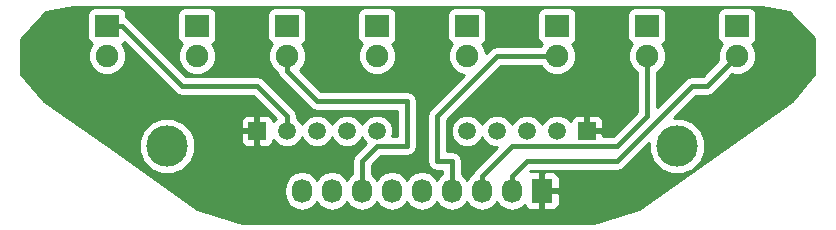
<source format=gbr>
G04 #@! TF.FileFunction,Copper,L2,Bot,Signal*
%FSLAX46Y46*%
G04 Gerber Fmt 4.6, Leading zero omitted, Abs format (unit mm)*
G04 Created by KiCad (PCBNEW 4.0.2+dfsg1-stable) date dom 10 sep 2017 20:45:57 CEST*
%MOMM*%
G01*
G04 APERTURE LIST*
%ADD10C,0.100000*%
%ADD11R,2.000000X1.900000*%
%ADD12C,1.900000*%
%ADD13C,1.500000*%
%ADD14R,1.500000X1.500000*%
%ADD15R,1.727200X2.032000*%
%ADD16O,1.727200X2.032000*%
%ADD17C,3.500000*%
%ADD18C,0.400000*%
%ADD19C,0.254000*%
G04 APERTURE END LIST*
D10*
D11*
X176530000Y-87630000D03*
D12*
X176530000Y-90170000D03*
D13*
X153670000Y-96520000D03*
D14*
X163830000Y-96520000D03*
D13*
X161290000Y-96520000D03*
X156210000Y-96520000D03*
X158750000Y-96520000D03*
X146050000Y-96520000D03*
D14*
X135890000Y-96520000D03*
D13*
X138430000Y-96520000D03*
X143510000Y-96520000D03*
X140970000Y-96520000D03*
D11*
X168910000Y-87630000D03*
D12*
X168910000Y-90170000D03*
D11*
X161290000Y-87630000D03*
D12*
X161290000Y-90170000D03*
D11*
X153670000Y-87630000D03*
D12*
X153670000Y-90170000D03*
D11*
X146050000Y-87630000D03*
D12*
X146050000Y-90170000D03*
D11*
X138430000Y-87630000D03*
D12*
X138430000Y-90170000D03*
D11*
X123190000Y-87630000D03*
D12*
X123190000Y-90170000D03*
D11*
X130810000Y-87630000D03*
D12*
X130810000Y-90170000D03*
D15*
X160020000Y-101600000D03*
D16*
X157480000Y-101600000D03*
X154940000Y-101600000D03*
X152400000Y-101600000D03*
X149860000Y-101600000D03*
X147320000Y-101600000D03*
X144780000Y-101600000D03*
X142240000Y-101600000D03*
X139700000Y-101600000D03*
D17*
X171450000Y-97790000D03*
X128270000Y-97790000D03*
D18*
X138430000Y-96520000D02*
X138430000Y-95250000D01*
X124460000Y-87630000D02*
X123190000Y-87630000D01*
X129540000Y-92710000D02*
X124460000Y-87630000D01*
X135890000Y-92710000D02*
X129540000Y-92710000D01*
X138430000Y-95250000D02*
X135890000Y-92710000D01*
X144780000Y-101600000D02*
X144780000Y-99060000D01*
X138430000Y-91440000D02*
X138430000Y-90170000D01*
X140970000Y-93980000D02*
X138430000Y-91440000D01*
X148590000Y-93980000D02*
X140970000Y-93980000D01*
X148590000Y-97790000D02*
X148590000Y-93980000D01*
X146050000Y-97790000D02*
X148590000Y-97790000D01*
X144780000Y-99060000D02*
X146050000Y-97790000D01*
X152400000Y-101600000D02*
X152400000Y-99060000D01*
X156210000Y-90170000D02*
X161290000Y-90170000D01*
X151130000Y-95250000D02*
X156210000Y-90170000D01*
X151130000Y-99060000D02*
X151130000Y-95250000D01*
X152400000Y-99060000D02*
X151130000Y-99060000D01*
X154940000Y-101600000D02*
X154940000Y-100330000D01*
X168910000Y-95250000D02*
X168910000Y-90170000D01*
X166370000Y-97790000D02*
X168910000Y-95250000D01*
X157480000Y-97790000D02*
X166370000Y-97790000D01*
X154940000Y-100330000D02*
X157480000Y-97790000D01*
X157480000Y-101600000D02*
X157480000Y-100330000D01*
X173990000Y-92710000D02*
X176530000Y-90170000D01*
X172720000Y-92710000D02*
X173990000Y-92710000D01*
X166370000Y-99060000D02*
X172720000Y-92710000D01*
X158750000Y-99060000D02*
X166370000Y-99060000D01*
X157480000Y-100330000D02*
X158750000Y-99060000D01*
D19*
G36*
X180944780Y-86455746D02*
X183099334Y-88695949D01*
X183099334Y-91672495D01*
X181205749Y-93950738D01*
X168283140Y-103096781D01*
X164441851Y-104318600D01*
X134654266Y-104318600D01*
X130819668Y-103101520D01*
X123964318Y-98262325D01*
X125884587Y-98262325D01*
X126246916Y-99139229D01*
X126917242Y-99810726D01*
X127793513Y-100174585D01*
X128742325Y-100175413D01*
X129619229Y-99813084D01*
X130290726Y-99142758D01*
X130654585Y-98266487D01*
X130655413Y-97317675D01*
X130443891Y-96805750D01*
X134505000Y-96805750D01*
X134505000Y-97396310D01*
X134601673Y-97629699D01*
X134780302Y-97808327D01*
X135013691Y-97905000D01*
X135604250Y-97905000D01*
X135763000Y-97746250D01*
X135763000Y-96647000D01*
X134663750Y-96647000D01*
X134505000Y-96805750D01*
X130443891Y-96805750D01*
X130293084Y-96440771D01*
X129622758Y-95769274D01*
X129320318Y-95643690D01*
X134505000Y-95643690D01*
X134505000Y-96234250D01*
X134663750Y-96393000D01*
X135763000Y-96393000D01*
X135763000Y-95293750D01*
X135604250Y-95135000D01*
X135013691Y-95135000D01*
X134780302Y-95231673D01*
X134601673Y-95410301D01*
X134505000Y-95643690D01*
X129320318Y-95643690D01*
X128746487Y-95405415D01*
X127797675Y-95404587D01*
X126920771Y-95766916D01*
X126249274Y-96437242D01*
X125885415Y-97313513D01*
X125884587Y-98262325D01*
X123964318Y-98262325D01*
X117881444Y-93968422D01*
X115952829Y-91721162D01*
X115952829Y-88738626D01*
X117814785Y-86680000D01*
X121542560Y-86680000D01*
X121542560Y-88580000D01*
X121586838Y-88815317D01*
X121725910Y-89031441D01*
X121938110Y-89176431D01*
X121941192Y-89177055D01*
X121847086Y-89270997D01*
X121605276Y-89853341D01*
X121604725Y-90483893D01*
X121845519Y-91066657D01*
X122290997Y-91512914D01*
X122873341Y-91754724D01*
X123503893Y-91755275D01*
X124086657Y-91514481D01*
X124532914Y-91069003D01*
X124774724Y-90486659D01*
X124775275Y-89856107D01*
X124534481Y-89273343D01*
X124436971Y-89175663D01*
X124641441Y-89044090D01*
X124662460Y-89013328D01*
X128949566Y-93300434D01*
X129220459Y-93481439D01*
X129540000Y-93545000D01*
X135544132Y-93545000D01*
X137495261Y-95496129D01*
X137275000Y-95716007D01*
X137275000Y-95643690D01*
X137178327Y-95410301D01*
X136999698Y-95231673D01*
X136766309Y-95135000D01*
X136175750Y-95135000D01*
X136017000Y-95293750D01*
X136017000Y-96393000D01*
X136037000Y-96393000D01*
X136037000Y-96647000D01*
X136017000Y-96647000D01*
X136017000Y-97746250D01*
X136175750Y-97905000D01*
X136766309Y-97905000D01*
X136999698Y-97808327D01*
X137178327Y-97629699D01*
X137275000Y-97396310D01*
X137275000Y-97323381D01*
X137644436Y-97693461D01*
X138153298Y-97904759D01*
X138704285Y-97905240D01*
X139213515Y-97694831D01*
X139603461Y-97305564D01*
X139699976Y-97073130D01*
X139795169Y-97303515D01*
X140184436Y-97693461D01*
X140693298Y-97904759D01*
X141244285Y-97905240D01*
X141753515Y-97694831D01*
X142143461Y-97305564D01*
X142239976Y-97073130D01*
X142335169Y-97303515D01*
X142724436Y-97693461D01*
X143233298Y-97904759D01*
X143784285Y-97905240D01*
X144293515Y-97694831D01*
X144683461Y-97305564D01*
X144779976Y-97073130D01*
X144875169Y-97303515D01*
X145115184Y-97543948D01*
X144189566Y-98469566D01*
X144008561Y-98740459D01*
X143945000Y-99060000D01*
X143945000Y-100205465D01*
X143720330Y-100355585D01*
X143510000Y-100670366D01*
X143299670Y-100355585D01*
X142813489Y-100030729D01*
X142240000Y-99916655D01*
X141666511Y-100030729D01*
X141180330Y-100355585D01*
X140970000Y-100670366D01*
X140759670Y-100355585D01*
X140273489Y-100030729D01*
X139700000Y-99916655D01*
X139126511Y-100030729D01*
X138640330Y-100355585D01*
X138315474Y-100841766D01*
X138201400Y-101415255D01*
X138201400Y-101784745D01*
X138315474Y-102358234D01*
X138640330Y-102844415D01*
X139126511Y-103169271D01*
X139700000Y-103283345D01*
X140273489Y-103169271D01*
X140759670Y-102844415D01*
X140970000Y-102529634D01*
X141180330Y-102844415D01*
X141666511Y-103169271D01*
X142240000Y-103283345D01*
X142813489Y-103169271D01*
X143299670Y-102844415D01*
X143510000Y-102529634D01*
X143720330Y-102844415D01*
X144206511Y-103169271D01*
X144780000Y-103283345D01*
X145353489Y-103169271D01*
X145839670Y-102844415D01*
X146050000Y-102529634D01*
X146260330Y-102844415D01*
X146746511Y-103169271D01*
X147320000Y-103283345D01*
X147893489Y-103169271D01*
X148379670Y-102844415D01*
X148590000Y-102529634D01*
X148800330Y-102844415D01*
X149286511Y-103169271D01*
X149860000Y-103283345D01*
X150433489Y-103169271D01*
X150919670Y-102844415D01*
X151130000Y-102529634D01*
X151340330Y-102844415D01*
X151826511Y-103169271D01*
X152400000Y-103283345D01*
X152973489Y-103169271D01*
X153459670Y-102844415D01*
X153670000Y-102529634D01*
X153880330Y-102844415D01*
X154366511Y-103169271D01*
X154940000Y-103283345D01*
X155513489Y-103169271D01*
X155999670Y-102844415D01*
X156210000Y-102529634D01*
X156420330Y-102844415D01*
X156906511Y-103169271D01*
X157480000Y-103283345D01*
X158053489Y-103169271D01*
X158539670Y-102844415D01*
X158554500Y-102822220D01*
X158618073Y-102975698D01*
X158796701Y-103154327D01*
X159030090Y-103251000D01*
X159734250Y-103251000D01*
X159893000Y-103092250D01*
X159893000Y-101727000D01*
X160147000Y-101727000D01*
X160147000Y-103092250D01*
X160305750Y-103251000D01*
X161009910Y-103251000D01*
X161243299Y-103154327D01*
X161421927Y-102975698D01*
X161518600Y-102742309D01*
X161518600Y-101885750D01*
X161359850Y-101727000D01*
X160147000Y-101727000D01*
X159893000Y-101727000D01*
X159873000Y-101727000D01*
X159873000Y-101473000D01*
X159893000Y-101473000D01*
X159893000Y-100107750D01*
X160147000Y-100107750D01*
X160147000Y-101473000D01*
X161359850Y-101473000D01*
X161518600Y-101314250D01*
X161518600Y-100457691D01*
X161421927Y-100224302D01*
X161243299Y-100045673D01*
X161009910Y-99949000D01*
X160305750Y-99949000D01*
X160147000Y-100107750D01*
X159893000Y-100107750D01*
X159734250Y-99949000D01*
X159041868Y-99949000D01*
X159095868Y-99895000D01*
X166370000Y-99895000D01*
X166689541Y-99831439D01*
X166960434Y-99650434D01*
X169065212Y-97545656D01*
X169064587Y-98262325D01*
X169426916Y-99139229D01*
X170097242Y-99810726D01*
X170973513Y-100174585D01*
X171922325Y-100175413D01*
X172799229Y-99813084D01*
X173470726Y-99142758D01*
X173834585Y-98266487D01*
X173835413Y-97317675D01*
X173473084Y-96440771D01*
X172802758Y-95769274D01*
X171926487Y-95405415D01*
X171206082Y-95404786D01*
X173065868Y-93545000D01*
X173990000Y-93545000D01*
X174309541Y-93481439D01*
X174580434Y-93300434D01*
X176151728Y-91729140D01*
X176213341Y-91754724D01*
X176843893Y-91755275D01*
X177426657Y-91514481D01*
X177872914Y-91069003D01*
X178114724Y-90486659D01*
X178115275Y-89856107D01*
X177874481Y-89273343D01*
X177776971Y-89175663D01*
X177981441Y-89044090D01*
X178126431Y-88831890D01*
X178177440Y-88580000D01*
X178177440Y-86680000D01*
X178133162Y-86444683D01*
X177994090Y-86228559D01*
X177781890Y-86083569D01*
X177530000Y-86032560D01*
X175530000Y-86032560D01*
X175294683Y-86076838D01*
X175078559Y-86215910D01*
X174933569Y-86428110D01*
X174882560Y-86680000D01*
X174882560Y-88580000D01*
X174926838Y-88815317D01*
X175065910Y-89031441D01*
X175278110Y-89176431D01*
X175281192Y-89177055D01*
X175187086Y-89270997D01*
X174945276Y-89853341D01*
X174944725Y-90483893D01*
X174971190Y-90547942D01*
X173644132Y-91875000D01*
X172720000Y-91875000D01*
X172400459Y-91938561D01*
X172129566Y-92119566D01*
X169745000Y-94504132D01*
X169745000Y-91539957D01*
X169806657Y-91514481D01*
X170252914Y-91069003D01*
X170494724Y-90486659D01*
X170495275Y-89856107D01*
X170254481Y-89273343D01*
X170156971Y-89175663D01*
X170361441Y-89044090D01*
X170506431Y-88831890D01*
X170557440Y-88580000D01*
X170557440Y-86680000D01*
X170513162Y-86444683D01*
X170374090Y-86228559D01*
X170161890Y-86083569D01*
X169910000Y-86032560D01*
X167910000Y-86032560D01*
X167674683Y-86076838D01*
X167458559Y-86215910D01*
X167313569Y-86428110D01*
X167262560Y-86680000D01*
X167262560Y-88580000D01*
X167306838Y-88815317D01*
X167445910Y-89031441D01*
X167658110Y-89176431D01*
X167661192Y-89177055D01*
X167567086Y-89270997D01*
X167325276Y-89853341D01*
X167324725Y-90483893D01*
X167565519Y-91066657D01*
X168010997Y-91512914D01*
X168075000Y-91539490D01*
X168075000Y-94904132D01*
X166024132Y-96955000D01*
X165215000Y-96955000D01*
X165215000Y-96805750D01*
X165056250Y-96647000D01*
X163957000Y-96647000D01*
X163957000Y-96667000D01*
X163703000Y-96667000D01*
X163703000Y-96647000D01*
X163683000Y-96647000D01*
X163683000Y-96393000D01*
X163703000Y-96393000D01*
X163703000Y-95293750D01*
X163957000Y-95293750D01*
X163957000Y-96393000D01*
X165056250Y-96393000D01*
X165215000Y-96234250D01*
X165215000Y-95643690D01*
X165118327Y-95410301D01*
X164939698Y-95231673D01*
X164706309Y-95135000D01*
X164115750Y-95135000D01*
X163957000Y-95293750D01*
X163703000Y-95293750D01*
X163544250Y-95135000D01*
X162953691Y-95135000D01*
X162720302Y-95231673D01*
X162541673Y-95410301D01*
X162445000Y-95643690D01*
X162445000Y-95716619D01*
X162075564Y-95346539D01*
X161566702Y-95135241D01*
X161015715Y-95134760D01*
X160506485Y-95345169D01*
X160116539Y-95734436D01*
X160020024Y-95966870D01*
X159924831Y-95736485D01*
X159535564Y-95346539D01*
X159026702Y-95135241D01*
X158475715Y-95134760D01*
X157966485Y-95345169D01*
X157576539Y-95734436D01*
X157480024Y-95966870D01*
X157384831Y-95736485D01*
X156995564Y-95346539D01*
X156486702Y-95135241D01*
X155935715Y-95134760D01*
X155426485Y-95345169D01*
X155036539Y-95734436D01*
X154940024Y-95966870D01*
X154844831Y-95736485D01*
X154455564Y-95346539D01*
X153946702Y-95135241D01*
X153395715Y-95134760D01*
X152886485Y-95345169D01*
X152496539Y-95734436D01*
X152285241Y-96243298D01*
X152284760Y-96794285D01*
X152495169Y-97303515D01*
X152884436Y-97693461D01*
X153393298Y-97904759D01*
X153944285Y-97905240D01*
X154453515Y-97694831D01*
X154843461Y-97305564D01*
X154939976Y-97073130D01*
X155035169Y-97303515D01*
X155424436Y-97693461D01*
X155933298Y-97904759D01*
X156184154Y-97904978D01*
X154349566Y-99739566D01*
X154168561Y-100010459D01*
X154133569Y-100186376D01*
X153880330Y-100355585D01*
X153670000Y-100670366D01*
X153459670Y-100355585D01*
X153235000Y-100205465D01*
X153235000Y-99060000D01*
X153171439Y-98740459D01*
X152990434Y-98469566D01*
X152719541Y-98288561D01*
X152400000Y-98225000D01*
X151965000Y-98225000D01*
X151965000Y-95595868D01*
X156555868Y-91005000D01*
X159920043Y-91005000D01*
X159945519Y-91066657D01*
X160390997Y-91512914D01*
X160973341Y-91754724D01*
X161603893Y-91755275D01*
X162186657Y-91514481D01*
X162632914Y-91069003D01*
X162874724Y-90486659D01*
X162875275Y-89856107D01*
X162634481Y-89273343D01*
X162536971Y-89175663D01*
X162741441Y-89044090D01*
X162886431Y-88831890D01*
X162937440Y-88580000D01*
X162937440Y-86680000D01*
X162893162Y-86444683D01*
X162754090Y-86228559D01*
X162541890Y-86083569D01*
X162290000Y-86032560D01*
X160290000Y-86032560D01*
X160054683Y-86076838D01*
X159838559Y-86215910D01*
X159693569Y-86428110D01*
X159642560Y-86680000D01*
X159642560Y-88580000D01*
X159686838Y-88815317D01*
X159825910Y-89031441D01*
X160038110Y-89176431D01*
X160041192Y-89177055D01*
X159947086Y-89270997D01*
X159920510Y-89335000D01*
X156210000Y-89335000D01*
X155890459Y-89398561D01*
X155619566Y-89579566D01*
X155255198Y-89943934D01*
X155255275Y-89856107D01*
X155014481Y-89273343D01*
X154916971Y-89175663D01*
X155121441Y-89044090D01*
X155266431Y-88831890D01*
X155317440Y-88580000D01*
X155317440Y-86680000D01*
X155273162Y-86444683D01*
X155134090Y-86228559D01*
X154921890Y-86083569D01*
X154670000Y-86032560D01*
X152670000Y-86032560D01*
X152434683Y-86076838D01*
X152218559Y-86215910D01*
X152073569Y-86428110D01*
X152022560Y-86680000D01*
X152022560Y-88580000D01*
X152066838Y-88815317D01*
X152205910Y-89031441D01*
X152418110Y-89176431D01*
X152421192Y-89177055D01*
X152327086Y-89270997D01*
X152085276Y-89853341D01*
X152084725Y-90483893D01*
X152325519Y-91066657D01*
X152770997Y-91512914D01*
X153353341Y-91754724D01*
X153444328Y-91754804D01*
X150539566Y-94659566D01*
X150358561Y-94930459D01*
X150295000Y-95250000D01*
X150295000Y-99060000D01*
X150358561Y-99379541D01*
X150539566Y-99650434D01*
X150810459Y-99831439D01*
X151130000Y-99895000D01*
X151565000Y-99895000D01*
X151565000Y-100205465D01*
X151340330Y-100355585D01*
X151130000Y-100670366D01*
X150919670Y-100355585D01*
X150433489Y-100030729D01*
X149860000Y-99916655D01*
X149286511Y-100030729D01*
X148800330Y-100355585D01*
X148590000Y-100670366D01*
X148379670Y-100355585D01*
X147893489Y-100030729D01*
X147320000Y-99916655D01*
X146746511Y-100030729D01*
X146260330Y-100355585D01*
X146050000Y-100670366D01*
X145839670Y-100355585D01*
X145615000Y-100205465D01*
X145615000Y-99405868D01*
X146395868Y-98625000D01*
X148590000Y-98625000D01*
X148909541Y-98561439D01*
X149180434Y-98380434D01*
X149361439Y-98109541D01*
X149425000Y-97790000D01*
X149425000Y-93980000D01*
X149361439Y-93660459D01*
X149180434Y-93389566D01*
X148909541Y-93208561D01*
X148590000Y-93145000D01*
X141315868Y-93145000D01*
X139506160Y-91335292D01*
X139772914Y-91069003D01*
X140014724Y-90486659D01*
X140015275Y-89856107D01*
X139774481Y-89273343D01*
X139676971Y-89175663D01*
X139881441Y-89044090D01*
X140026431Y-88831890D01*
X140077440Y-88580000D01*
X140077440Y-86680000D01*
X144402560Y-86680000D01*
X144402560Y-88580000D01*
X144446838Y-88815317D01*
X144585910Y-89031441D01*
X144798110Y-89176431D01*
X144801192Y-89177055D01*
X144707086Y-89270997D01*
X144465276Y-89853341D01*
X144464725Y-90483893D01*
X144705519Y-91066657D01*
X145150997Y-91512914D01*
X145733341Y-91754724D01*
X146363893Y-91755275D01*
X146946657Y-91514481D01*
X147392914Y-91069003D01*
X147634724Y-90486659D01*
X147635275Y-89856107D01*
X147394481Y-89273343D01*
X147296971Y-89175663D01*
X147501441Y-89044090D01*
X147646431Y-88831890D01*
X147697440Y-88580000D01*
X147697440Y-86680000D01*
X147653162Y-86444683D01*
X147514090Y-86228559D01*
X147301890Y-86083569D01*
X147050000Y-86032560D01*
X145050000Y-86032560D01*
X144814683Y-86076838D01*
X144598559Y-86215910D01*
X144453569Y-86428110D01*
X144402560Y-86680000D01*
X140077440Y-86680000D01*
X140033162Y-86444683D01*
X139894090Y-86228559D01*
X139681890Y-86083569D01*
X139430000Y-86032560D01*
X137430000Y-86032560D01*
X137194683Y-86076838D01*
X136978559Y-86215910D01*
X136833569Y-86428110D01*
X136782560Y-86680000D01*
X136782560Y-88580000D01*
X136826838Y-88815317D01*
X136965910Y-89031441D01*
X137178110Y-89176431D01*
X137181192Y-89177055D01*
X137087086Y-89270997D01*
X136845276Y-89853341D01*
X136844725Y-90483893D01*
X137085519Y-91066657D01*
X137530997Y-91512914D01*
X137616572Y-91548448D01*
X137658561Y-91759541D01*
X137802392Y-91974799D01*
X137839566Y-92030434D01*
X140379566Y-94570434D01*
X140650459Y-94751439D01*
X140970000Y-94815000D01*
X147755000Y-94815000D01*
X147755000Y-96955000D01*
X147369028Y-96955000D01*
X147434759Y-96796702D01*
X147435240Y-96245715D01*
X147224831Y-95736485D01*
X146835564Y-95346539D01*
X146326702Y-95135241D01*
X145775715Y-95134760D01*
X145266485Y-95345169D01*
X144876539Y-95734436D01*
X144780024Y-95966870D01*
X144684831Y-95736485D01*
X144295564Y-95346539D01*
X143786702Y-95135241D01*
X143235715Y-95134760D01*
X142726485Y-95345169D01*
X142336539Y-95734436D01*
X142240024Y-95966870D01*
X142144831Y-95736485D01*
X141755564Y-95346539D01*
X141246702Y-95135241D01*
X140695715Y-95134760D01*
X140186485Y-95345169D01*
X139796539Y-95734436D01*
X139700024Y-95966870D01*
X139604831Y-95736485D01*
X139265000Y-95396061D01*
X139265000Y-95250000D01*
X139201439Y-94930459D01*
X139020434Y-94659566D01*
X136480434Y-92119566D01*
X136209541Y-91938561D01*
X135890000Y-91875000D01*
X129885868Y-91875000D01*
X125050434Y-87039566D01*
X124837440Y-86897248D01*
X124837440Y-86680000D01*
X129162560Y-86680000D01*
X129162560Y-88580000D01*
X129206838Y-88815317D01*
X129345910Y-89031441D01*
X129558110Y-89176431D01*
X129561192Y-89177055D01*
X129467086Y-89270997D01*
X129225276Y-89853341D01*
X129224725Y-90483893D01*
X129465519Y-91066657D01*
X129910997Y-91512914D01*
X130493341Y-91754724D01*
X131123893Y-91755275D01*
X131706657Y-91514481D01*
X132152914Y-91069003D01*
X132394724Y-90486659D01*
X132395275Y-89856107D01*
X132154481Y-89273343D01*
X132056971Y-89175663D01*
X132261441Y-89044090D01*
X132406431Y-88831890D01*
X132457440Y-88580000D01*
X132457440Y-86680000D01*
X132413162Y-86444683D01*
X132274090Y-86228559D01*
X132061890Y-86083569D01*
X131810000Y-86032560D01*
X129810000Y-86032560D01*
X129574683Y-86076838D01*
X129358559Y-86215910D01*
X129213569Y-86428110D01*
X129162560Y-86680000D01*
X124837440Y-86680000D01*
X124793162Y-86444683D01*
X124654090Y-86228559D01*
X124441890Y-86083569D01*
X124190000Y-86032560D01*
X122190000Y-86032560D01*
X121954683Y-86076838D01*
X121738559Y-86215910D01*
X121593569Y-86428110D01*
X121542560Y-86680000D01*
X117814785Y-86680000D01*
X118036067Y-86435346D01*
X120301692Y-86008461D01*
X178670990Y-86008461D01*
X180944780Y-86455746D01*
X180944780Y-86455746D01*
G37*
X180944780Y-86455746D02*
X183099334Y-88695949D01*
X183099334Y-91672495D01*
X181205749Y-93950738D01*
X168283140Y-103096781D01*
X164441851Y-104318600D01*
X134654266Y-104318600D01*
X130819668Y-103101520D01*
X123964318Y-98262325D01*
X125884587Y-98262325D01*
X126246916Y-99139229D01*
X126917242Y-99810726D01*
X127793513Y-100174585D01*
X128742325Y-100175413D01*
X129619229Y-99813084D01*
X130290726Y-99142758D01*
X130654585Y-98266487D01*
X130655413Y-97317675D01*
X130443891Y-96805750D01*
X134505000Y-96805750D01*
X134505000Y-97396310D01*
X134601673Y-97629699D01*
X134780302Y-97808327D01*
X135013691Y-97905000D01*
X135604250Y-97905000D01*
X135763000Y-97746250D01*
X135763000Y-96647000D01*
X134663750Y-96647000D01*
X134505000Y-96805750D01*
X130443891Y-96805750D01*
X130293084Y-96440771D01*
X129622758Y-95769274D01*
X129320318Y-95643690D01*
X134505000Y-95643690D01*
X134505000Y-96234250D01*
X134663750Y-96393000D01*
X135763000Y-96393000D01*
X135763000Y-95293750D01*
X135604250Y-95135000D01*
X135013691Y-95135000D01*
X134780302Y-95231673D01*
X134601673Y-95410301D01*
X134505000Y-95643690D01*
X129320318Y-95643690D01*
X128746487Y-95405415D01*
X127797675Y-95404587D01*
X126920771Y-95766916D01*
X126249274Y-96437242D01*
X125885415Y-97313513D01*
X125884587Y-98262325D01*
X123964318Y-98262325D01*
X117881444Y-93968422D01*
X115952829Y-91721162D01*
X115952829Y-88738626D01*
X117814785Y-86680000D01*
X121542560Y-86680000D01*
X121542560Y-88580000D01*
X121586838Y-88815317D01*
X121725910Y-89031441D01*
X121938110Y-89176431D01*
X121941192Y-89177055D01*
X121847086Y-89270997D01*
X121605276Y-89853341D01*
X121604725Y-90483893D01*
X121845519Y-91066657D01*
X122290997Y-91512914D01*
X122873341Y-91754724D01*
X123503893Y-91755275D01*
X124086657Y-91514481D01*
X124532914Y-91069003D01*
X124774724Y-90486659D01*
X124775275Y-89856107D01*
X124534481Y-89273343D01*
X124436971Y-89175663D01*
X124641441Y-89044090D01*
X124662460Y-89013328D01*
X128949566Y-93300434D01*
X129220459Y-93481439D01*
X129540000Y-93545000D01*
X135544132Y-93545000D01*
X137495261Y-95496129D01*
X137275000Y-95716007D01*
X137275000Y-95643690D01*
X137178327Y-95410301D01*
X136999698Y-95231673D01*
X136766309Y-95135000D01*
X136175750Y-95135000D01*
X136017000Y-95293750D01*
X136017000Y-96393000D01*
X136037000Y-96393000D01*
X136037000Y-96647000D01*
X136017000Y-96647000D01*
X136017000Y-97746250D01*
X136175750Y-97905000D01*
X136766309Y-97905000D01*
X136999698Y-97808327D01*
X137178327Y-97629699D01*
X137275000Y-97396310D01*
X137275000Y-97323381D01*
X137644436Y-97693461D01*
X138153298Y-97904759D01*
X138704285Y-97905240D01*
X139213515Y-97694831D01*
X139603461Y-97305564D01*
X139699976Y-97073130D01*
X139795169Y-97303515D01*
X140184436Y-97693461D01*
X140693298Y-97904759D01*
X141244285Y-97905240D01*
X141753515Y-97694831D01*
X142143461Y-97305564D01*
X142239976Y-97073130D01*
X142335169Y-97303515D01*
X142724436Y-97693461D01*
X143233298Y-97904759D01*
X143784285Y-97905240D01*
X144293515Y-97694831D01*
X144683461Y-97305564D01*
X144779976Y-97073130D01*
X144875169Y-97303515D01*
X145115184Y-97543948D01*
X144189566Y-98469566D01*
X144008561Y-98740459D01*
X143945000Y-99060000D01*
X143945000Y-100205465D01*
X143720330Y-100355585D01*
X143510000Y-100670366D01*
X143299670Y-100355585D01*
X142813489Y-100030729D01*
X142240000Y-99916655D01*
X141666511Y-100030729D01*
X141180330Y-100355585D01*
X140970000Y-100670366D01*
X140759670Y-100355585D01*
X140273489Y-100030729D01*
X139700000Y-99916655D01*
X139126511Y-100030729D01*
X138640330Y-100355585D01*
X138315474Y-100841766D01*
X138201400Y-101415255D01*
X138201400Y-101784745D01*
X138315474Y-102358234D01*
X138640330Y-102844415D01*
X139126511Y-103169271D01*
X139700000Y-103283345D01*
X140273489Y-103169271D01*
X140759670Y-102844415D01*
X140970000Y-102529634D01*
X141180330Y-102844415D01*
X141666511Y-103169271D01*
X142240000Y-103283345D01*
X142813489Y-103169271D01*
X143299670Y-102844415D01*
X143510000Y-102529634D01*
X143720330Y-102844415D01*
X144206511Y-103169271D01*
X144780000Y-103283345D01*
X145353489Y-103169271D01*
X145839670Y-102844415D01*
X146050000Y-102529634D01*
X146260330Y-102844415D01*
X146746511Y-103169271D01*
X147320000Y-103283345D01*
X147893489Y-103169271D01*
X148379670Y-102844415D01*
X148590000Y-102529634D01*
X148800330Y-102844415D01*
X149286511Y-103169271D01*
X149860000Y-103283345D01*
X150433489Y-103169271D01*
X150919670Y-102844415D01*
X151130000Y-102529634D01*
X151340330Y-102844415D01*
X151826511Y-103169271D01*
X152400000Y-103283345D01*
X152973489Y-103169271D01*
X153459670Y-102844415D01*
X153670000Y-102529634D01*
X153880330Y-102844415D01*
X154366511Y-103169271D01*
X154940000Y-103283345D01*
X155513489Y-103169271D01*
X155999670Y-102844415D01*
X156210000Y-102529634D01*
X156420330Y-102844415D01*
X156906511Y-103169271D01*
X157480000Y-103283345D01*
X158053489Y-103169271D01*
X158539670Y-102844415D01*
X158554500Y-102822220D01*
X158618073Y-102975698D01*
X158796701Y-103154327D01*
X159030090Y-103251000D01*
X159734250Y-103251000D01*
X159893000Y-103092250D01*
X159893000Y-101727000D01*
X160147000Y-101727000D01*
X160147000Y-103092250D01*
X160305750Y-103251000D01*
X161009910Y-103251000D01*
X161243299Y-103154327D01*
X161421927Y-102975698D01*
X161518600Y-102742309D01*
X161518600Y-101885750D01*
X161359850Y-101727000D01*
X160147000Y-101727000D01*
X159893000Y-101727000D01*
X159873000Y-101727000D01*
X159873000Y-101473000D01*
X159893000Y-101473000D01*
X159893000Y-100107750D01*
X160147000Y-100107750D01*
X160147000Y-101473000D01*
X161359850Y-101473000D01*
X161518600Y-101314250D01*
X161518600Y-100457691D01*
X161421927Y-100224302D01*
X161243299Y-100045673D01*
X161009910Y-99949000D01*
X160305750Y-99949000D01*
X160147000Y-100107750D01*
X159893000Y-100107750D01*
X159734250Y-99949000D01*
X159041868Y-99949000D01*
X159095868Y-99895000D01*
X166370000Y-99895000D01*
X166689541Y-99831439D01*
X166960434Y-99650434D01*
X169065212Y-97545656D01*
X169064587Y-98262325D01*
X169426916Y-99139229D01*
X170097242Y-99810726D01*
X170973513Y-100174585D01*
X171922325Y-100175413D01*
X172799229Y-99813084D01*
X173470726Y-99142758D01*
X173834585Y-98266487D01*
X173835413Y-97317675D01*
X173473084Y-96440771D01*
X172802758Y-95769274D01*
X171926487Y-95405415D01*
X171206082Y-95404786D01*
X173065868Y-93545000D01*
X173990000Y-93545000D01*
X174309541Y-93481439D01*
X174580434Y-93300434D01*
X176151728Y-91729140D01*
X176213341Y-91754724D01*
X176843893Y-91755275D01*
X177426657Y-91514481D01*
X177872914Y-91069003D01*
X178114724Y-90486659D01*
X178115275Y-89856107D01*
X177874481Y-89273343D01*
X177776971Y-89175663D01*
X177981441Y-89044090D01*
X178126431Y-88831890D01*
X178177440Y-88580000D01*
X178177440Y-86680000D01*
X178133162Y-86444683D01*
X177994090Y-86228559D01*
X177781890Y-86083569D01*
X177530000Y-86032560D01*
X175530000Y-86032560D01*
X175294683Y-86076838D01*
X175078559Y-86215910D01*
X174933569Y-86428110D01*
X174882560Y-86680000D01*
X174882560Y-88580000D01*
X174926838Y-88815317D01*
X175065910Y-89031441D01*
X175278110Y-89176431D01*
X175281192Y-89177055D01*
X175187086Y-89270997D01*
X174945276Y-89853341D01*
X174944725Y-90483893D01*
X174971190Y-90547942D01*
X173644132Y-91875000D01*
X172720000Y-91875000D01*
X172400459Y-91938561D01*
X172129566Y-92119566D01*
X169745000Y-94504132D01*
X169745000Y-91539957D01*
X169806657Y-91514481D01*
X170252914Y-91069003D01*
X170494724Y-90486659D01*
X170495275Y-89856107D01*
X170254481Y-89273343D01*
X170156971Y-89175663D01*
X170361441Y-89044090D01*
X170506431Y-88831890D01*
X170557440Y-88580000D01*
X170557440Y-86680000D01*
X170513162Y-86444683D01*
X170374090Y-86228559D01*
X170161890Y-86083569D01*
X169910000Y-86032560D01*
X167910000Y-86032560D01*
X167674683Y-86076838D01*
X167458559Y-86215910D01*
X167313569Y-86428110D01*
X167262560Y-86680000D01*
X167262560Y-88580000D01*
X167306838Y-88815317D01*
X167445910Y-89031441D01*
X167658110Y-89176431D01*
X167661192Y-89177055D01*
X167567086Y-89270997D01*
X167325276Y-89853341D01*
X167324725Y-90483893D01*
X167565519Y-91066657D01*
X168010997Y-91512914D01*
X168075000Y-91539490D01*
X168075000Y-94904132D01*
X166024132Y-96955000D01*
X165215000Y-96955000D01*
X165215000Y-96805750D01*
X165056250Y-96647000D01*
X163957000Y-96647000D01*
X163957000Y-96667000D01*
X163703000Y-96667000D01*
X163703000Y-96647000D01*
X163683000Y-96647000D01*
X163683000Y-96393000D01*
X163703000Y-96393000D01*
X163703000Y-95293750D01*
X163957000Y-95293750D01*
X163957000Y-96393000D01*
X165056250Y-96393000D01*
X165215000Y-96234250D01*
X165215000Y-95643690D01*
X165118327Y-95410301D01*
X164939698Y-95231673D01*
X164706309Y-95135000D01*
X164115750Y-95135000D01*
X163957000Y-95293750D01*
X163703000Y-95293750D01*
X163544250Y-95135000D01*
X162953691Y-95135000D01*
X162720302Y-95231673D01*
X162541673Y-95410301D01*
X162445000Y-95643690D01*
X162445000Y-95716619D01*
X162075564Y-95346539D01*
X161566702Y-95135241D01*
X161015715Y-95134760D01*
X160506485Y-95345169D01*
X160116539Y-95734436D01*
X160020024Y-95966870D01*
X159924831Y-95736485D01*
X159535564Y-95346539D01*
X159026702Y-95135241D01*
X158475715Y-95134760D01*
X157966485Y-95345169D01*
X157576539Y-95734436D01*
X157480024Y-95966870D01*
X157384831Y-95736485D01*
X156995564Y-95346539D01*
X156486702Y-95135241D01*
X155935715Y-95134760D01*
X155426485Y-95345169D01*
X155036539Y-95734436D01*
X154940024Y-95966870D01*
X154844831Y-95736485D01*
X154455564Y-95346539D01*
X153946702Y-95135241D01*
X153395715Y-95134760D01*
X152886485Y-95345169D01*
X152496539Y-95734436D01*
X152285241Y-96243298D01*
X152284760Y-96794285D01*
X152495169Y-97303515D01*
X152884436Y-97693461D01*
X153393298Y-97904759D01*
X153944285Y-97905240D01*
X154453515Y-97694831D01*
X154843461Y-97305564D01*
X154939976Y-97073130D01*
X155035169Y-97303515D01*
X155424436Y-97693461D01*
X155933298Y-97904759D01*
X156184154Y-97904978D01*
X154349566Y-99739566D01*
X154168561Y-100010459D01*
X154133569Y-100186376D01*
X153880330Y-100355585D01*
X153670000Y-100670366D01*
X153459670Y-100355585D01*
X153235000Y-100205465D01*
X153235000Y-99060000D01*
X153171439Y-98740459D01*
X152990434Y-98469566D01*
X152719541Y-98288561D01*
X152400000Y-98225000D01*
X151965000Y-98225000D01*
X151965000Y-95595868D01*
X156555868Y-91005000D01*
X159920043Y-91005000D01*
X159945519Y-91066657D01*
X160390997Y-91512914D01*
X160973341Y-91754724D01*
X161603893Y-91755275D01*
X162186657Y-91514481D01*
X162632914Y-91069003D01*
X162874724Y-90486659D01*
X162875275Y-89856107D01*
X162634481Y-89273343D01*
X162536971Y-89175663D01*
X162741441Y-89044090D01*
X162886431Y-88831890D01*
X162937440Y-88580000D01*
X162937440Y-86680000D01*
X162893162Y-86444683D01*
X162754090Y-86228559D01*
X162541890Y-86083569D01*
X162290000Y-86032560D01*
X160290000Y-86032560D01*
X160054683Y-86076838D01*
X159838559Y-86215910D01*
X159693569Y-86428110D01*
X159642560Y-86680000D01*
X159642560Y-88580000D01*
X159686838Y-88815317D01*
X159825910Y-89031441D01*
X160038110Y-89176431D01*
X160041192Y-89177055D01*
X159947086Y-89270997D01*
X159920510Y-89335000D01*
X156210000Y-89335000D01*
X155890459Y-89398561D01*
X155619566Y-89579566D01*
X155255198Y-89943934D01*
X155255275Y-89856107D01*
X155014481Y-89273343D01*
X154916971Y-89175663D01*
X155121441Y-89044090D01*
X155266431Y-88831890D01*
X155317440Y-88580000D01*
X155317440Y-86680000D01*
X155273162Y-86444683D01*
X155134090Y-86228559D01*
X154921890Y-86083569D01*
X154670000Y-86032560D01*
X152670000Y-86032560D01*
X152434683Y-86076838D01*
X152218559Y-86215910D01*
X152073569Y-86428110D01*
X152022560Y-86680000D01*
X152022560Y-88580000D01*
X152066838Y-88815317D01*
X152205910Y-89031441D01*
X152418110Y-89176431D01*
X152421192Y-89177055D01*
X152327086Y-89270997D01*
X152085276Y-89853341D01*
X152084725Y-90483893D01*
X152325519Y-91066657D01*
X152770997Y-91512914D01*
X153353341Y-91754724D01*
X153444328Y-91754804D01*
X150539566Y-94659566D01*
X150358561Y-94930459D01*
X150295000Y-95250000D01*
X150295000Y-99060000D01*
X150358561Y-99379541D01*
X150539566Y-99650434D01*
X150810459Y-99831439D01*
X151130000Y-99895000D01*
X151565000Y-99895000D01*
X151565000Y-100205465D01*
X151340330Y-100355585D01*
X151130000Y-100670366D01*
X150919670Y-100355585D01*
X150433489Y-100030729D01*
X149860000Y-99916655D01*
X149286511Y-100030729D01*
X148800330Y-100355585D01*
X148590000Y-100670366D01*
X148379670Y-100355585D01*
X147893489Y-100030729D01*
X147320000Y-99916655D01*
X146746511Y-100030729D01*
X146260330Y-100355585D01*
X146050000Y-100670366D01*
X145839670Y-100355585D01*
X145615000Y-100205465D01*
X145615000Y-99405868D01*
X146395868Y-98625000D01*
X148590000Y-98625000D01*
X148909541Y-98561439D01*
X149180434Y-98380434D01*
X149361439Y-98109541D01*
X149425000Y-97790000D01*
X149425000Y-93980000D01*
X149361439Y-93660459D01*
X149180434Y-93389566D01*
X148909541Y-93208561D01*
X148590000Y-93145000D01*
X141315868Y-93145000D01*
X139506160Y-91335292D01*
X139772914Y-91069003D01*
X140014724Y-90486659D01*
X140015275Y-89856107D01*
X139774481Y-89273343D01*
X139676971Y-89175663D01*
X139881441Y-89044090D01*
X140026431Y-88831890D01*
X140077440Y-88580000D01*
X140077440Y-86680000D01*
X144402560Y-86680000D01*
X144402560Y-88580000D01*
X144446838Y-88815317D01*
X144585910Y-89031441D01*
X144798110Y-89176431D01*
X144801192Y-89177055D01*
X144707086Y-89270997D01*
X144465276Y-89853341D01*
X144464725Y-90483893D01*
X144705519Y-91066657D01*
X145150997Y-91512914D01*
X145733341Y-91754724D01*
X146363893Y-91755275D01*
X146946657Y-91514481D01*
X147392914Y-91069003D01*
X147634724Y-90486659D01*
X147635275Y-89856107D01*
X147394481Y-89273343D01*
X147296971Y-89175663D01*
X147501441Y-89044090D01*
X147646431Y-88831890D01*
X147697440Y-88580000D01*
X147697440Y-86680000D01*
X147653162Y-86444683D01*
X147514090Y-86228559D01*
X147301890Y-86083569D01*
X147050000Y-86032560D01*
X145050000Y-86032560D01*
X144814683Y-86076838D01*
X144598559Y-86215910D01*
X144453569Y-86428110D01*
X144402560Y-86680000D01*
X140077440Y-86680000D01*
X140033162Y-86444683D01*
X139894090Y-86228559D01*
X139681890Y-86083569D01*
X139430000Y-86032560D01*
X137430000Y-86032560D01*
X137194683Y-86076838D01*
X136978559Y-86215910D01*
X136833569Y-86428110D01*
X136782560Y-86680000D01*
X136782560Y-88580000D01*
X136826838Y-88815317D01*
X136965910Y-89031441D01*
X137178110Y-89176431D01*
X137181192Y-89177055D01*
X137087086Y-89270997D01*
X136845276Y-89853341D01*
X136844725Y-90483893D01*
X137085519Y-91066657D01*
X137530997Y-91512914D01*
X137616572Y-91548448D01*
X137658561Y-91759541D01*
X137802392Y-91974799D01*
X137839566Y-92030434D01*
X140379566Y-94570434D01*
X140650459Y-94751439D01*
X140970000Y-94815000D01*
X147755000Y-94815000D01*
X147755000Y-96955000D01*
X147369028Y-96955000D01*
X147434759Y-96796702D01*
X147435240Y-96245715D01*
X147224831Y-95736485D01*
X146835564Y-95346539D01*
X146326702Y-95135241D01*
X145775715Y-95134760D01*
X145266485Y-95345169D01*
X144876539Y-95734436D01*
X144780024Y-95966870D01*
X144684831Y-95736485D01*
X144295564Y-95346539D01*
X143786702Y-95135241D01*
X143235715Y-95134760D01*
X142726485Y-95345169D01*
X142336539Y-95734436D01*
X142240024Y-95966870D01*
X142144831Y-95736485D01*
X141755564Y-95346539D01*
X141246702Y-95135241D01*
X140695715Y-95134760D01*
X140186485Y-95345169D01*
X139796539Y-95734436D01*
X139700024Y-95966870D01*
X139604831Y-95736485D01*
X139265000Y-95396061D01*
X139265000Y-95250000D01*
X139201439Y-94930459D01*
X139020434Y-94659566D01*
X136480434Y-92119566D01*
X136209541Y-91938561D01*
X135890000Y-91875000D01*
X129885868Y-91875000D01*
X125050434Y-87039566D01*
X124837440Y-86897248D01*
X124837440Y-86680000D01*
X129162560Y-86680000D01*
X129162560Y-88580000D01*
X129206838Y-88815317D01*
X129345910Y-89031441D01*
X129558110Y-89176431D01*
X129561192Y-89177055D01*
X129467086Y-89270997D01*
X129225276Y-89853341D01*
X129224725Y-90483893D01*
X129465519Y-91066657D01*
X129910997Y-91512914D01*
X130493341Y-91754724D01*
X131123893Y-91755275D01*
X131706657Y-91514481D01*
X132152914Y-91069003D01*
X132394724Y-90486659D01*
X132395275Y-89856107D01*
X132154481Y-89273343D01*
X132056971Y-89175663D01*
X132261441Y-89044090D01*
X132406431Y-88831890D01*
X132457440Y-88580000D01*
X132457440Y-86680000D01*
X132413162Y-86444683D01*
X132274090Y-86228559D01*
X132061890Y-86083569D01*
X131810000Y-86032560D01*
X129810000Y-86032560D01*
X129574683Y-86076838D01*
X129358559Y-86215910D01*
X129213569Y-86428110D01*
X129162560Y-86680000D01*
X124837440Y-86680000D01*
X124793162Y-86444683D01*
X124654090Y-86228559D01*
X124441890Y-86083569D01*
X124190000Y-86032560D01*
X122190000Y-86032560D01*
X121954683Y-86076838D01*
X121738559Y-86215910D01*
X121593569Y-86428110D01*
X121542560Y-86680000D01*
X117814785Y-86680000D01*
X118036067Y-86435346D01*
X120301692Y-86008461D01*
X178670990Y-86008461D01*
X180944780Y-86455746D01*
M02*

</source>
